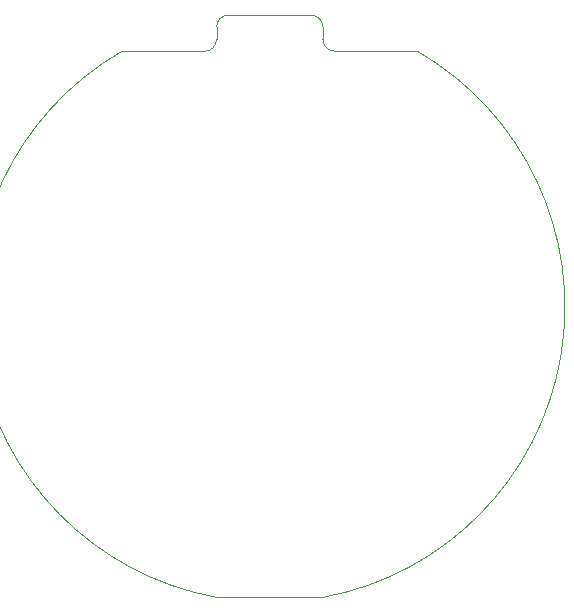
<source format=gm1>
G04 #@! TF.GenerationSoftware,KiCad,Pcbnew,7.0.10*
G04 #@! TF.CreationDate,2024-04-11T11:30:37+02:00*
G04 #@! TF.ProjectId,OtterCastAudioV2,4f747465-7243-4617-9374-417564696f56,rev?*
G04 #@! TF.SameCoordinates,Original*
G04 #@! TF.FileFunction,Profile,NP*
%FSLAX46Y46*%
G04 Gerber Fmt 4.6, Leading zero omitted, Abs format (unit mm)*
G04 Created by KiCad (PCBNEW 7.0.10) date 2024-04-11 11:30:37*
%MOMM*%
%LPD*%
G01*
G04 APERTURE LIST*
G04 #@! TA.AperFunction,Profile*
%ADD10C,0.050000*%
G04 #@! TD*
G04 APERTURE END LIST*
D10*
X94500000Y-78350000D02*
G75*
G03*
X95500000Y-77350000I0J1000000D01*
G01*
X95500000Y-77350000D02*
X95500000Y-76300000D01*
X104500000Y-77350000D02*
X104500000Y-76300000D01*
X96500000Y-75300000D02*
X103500000Y-75300000D01*
X87500001Y-78350000D02*
X94500000Y-78350000D01*
X95404951Y-124573521D02*
X104600000Y-124573521D01*
X104500000Y-76300000D02*
G75*
G03*
X103500000Y-75300000I-1000000J0D01*
G01*
X87500002Y-78350001D02*
G75*
G03*
X95404951Y-124573521I12499998J-21649999D01*
G01*
X104500000Y-77350000D02*
G75*
G03*
X105500000Y-78350000I1000000J0D01*
G01*
X112500000Y-78350000D02*
X105500000Y-78350000D01*
X96500000Y-75300000D02*
G75*
G03*
X95500000Y-76300000I0J-1000000D01*
G01*
X104599999Y-124573519D02*
G75*
G03*
X112500454Y-78349215I-4599999J24573519D01*
G01*
M02*

</source>
